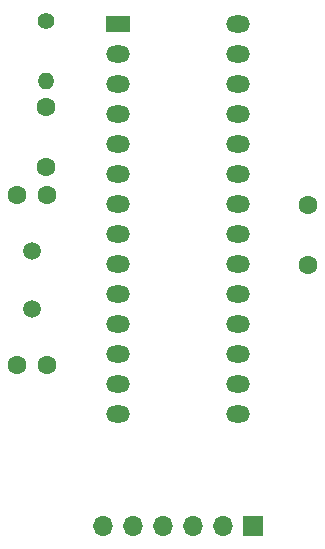
<source format=gbr>
%TF.GenerationSoftware,KiCad,Pcbnew,(6.0.1)*%
%TF.CreationDate,2022-02-07T23:02:12+01:00*%
%TF.ProjectId,dip28,64697032-382e-46b6-9963-61645f706362,1.0*%
%TF.SameCoordinates,Original*%
%TF.FileFunction,Soldermask,Top*%
%TF.FilePolarity,Negative*%
%FSLAX46Y46*%
G04 Gerber Fmt 4.6, Leading zero omitted, Abs format (unit mm)*
G04 Created by KiCad (PCBNEW (6.0.1)) date 2022-02-07 23:02:12*
%MOMM*%
%LPD*%
G01*
G04 APERTURE LIST*
%ADD10C,1.600000*%
%ADD11R,1.700000X1.700000*%
%ADD12O,1.700000X1.700000*%
%ADD13C,1.500000*%
%ADD14C,1.400000*%
%ADD15O,1.400000X1.400000*%
%ADD16R,2.000000X1.440000*%
%ADD17O,2.000000X1.440000*%
G04 APERTURE END LIST*
D10*
%TO.C,C4*%
X105850000Y-141800000D03*
X103350000Y-141800000D03*
%TD*%
%TO.C,C3*%
X105850000Y-127400000D03*
X103350000Y-127400000D03*
%TD*%
%TO.C,C2*%
X128000000Y-133300000D03*
X128000000Y-128300000D03*
%TD*%
%TO.C,C1*%
X105800000Y-120000000D03*
X105800000Y-125000000D03*
%TD*%
D11*
%TO.C,J1*%
X123350000Y-155425000D03*
D12*
X120810000Y-155425000D03*
X118270000Y-155425000D03*
X115730000Y-155425000D03*
X113190000Y-155425000D03*
X110650000Y-155425000D03*
%TD*%
D13*
%TO.C,Y1*%
X104600000Y-137050000D03*
X104600000Y-132170000D03*
%TD*%
D14*
%TO.C,R1*%
X105800000Y-112660000D03*
D15*
X105800000Y-117740000D03*
%TD*%
D16*
%TO.C,U1*%
X111875000Y-112960000D03*
D17*
X111875000Y-115500000D03*
X111875000Y-118040000D03*
X111875000Y-120580000D03*
X111875000Y-123120000D03*
X111875000Y-125660000D03*
X111875000Y-128200000D03*
X111875000Y-130740000D03*
X111875000Y-133280000D03*
X111875000Y-135820000D03*
X111875000Y-138360000D03*
X111875000Y-140900000D03*
X111875000Y-143440000D03*
X111875000Y-145980000D03*
X122035000Y-145980000D03*
X122035000Y-143440000D03*
X122035000Y-140900000D03*
X122035000Y-138360000D03*
X122035000Y-135820000D03*
X122035000Y-133280000D03*
X122035000Y-130740000D03*
X122035000Y-128200000D03*
X122035000Y-125660000D03*
X122035000Y-123120000D03*
X122035000Y-120580000D03*
X122035000Y-118040000D03*
X122035000Y-115500000D03*
X122035000Y-112960000D03*
%TD*%
M02*

</source>
